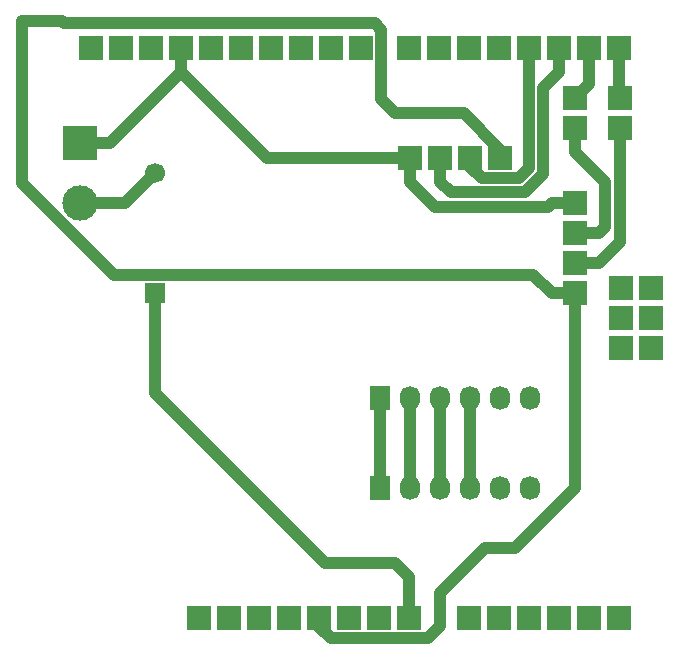
<source format=gbl>
G04 #@! TF.GenerationSoftware,KiCad,Pcbnew,(5.1.4)-1*
G04 #@! TF.CreationDate,2020-10-06T15:22:12+07:00*
G04 #@! TF.ProjectId,digitalWeight,64696769-7461-46c5-9765-696768742e6b,rev?*
G04 #@! TF.SameCoordinates,Original*
G04 #@! TF.FileFunction,Copper,L2,Bot*
G04 #@! TF.FilePolarity,Positive*
%FSLAX46Y46*%
G04 Gerber Fmt 4.6, Leading zero omitted, Abs format (unit mm)*
G04 Created by KiCad (PCBNEW (5.1.4)-1) date 2020-10-06 15:22:12*
%MOMM*%
%LPD*%
G04 APERTURE LIST*
%ADD10R,2.000000X2.000000*%
%ADD11C,1.699260*%
%ADD12R,1.699260X1.699260*%
%ADD13R,1.727200X2.032000*%
%ADD14O,1.727200X2.032000*%
%ADD15R,3.000000X3.000000*%
%ADD16C,3.000000*%
%ADD17C,1.000000*%
G04 APERTURE END LIST*
D10*
X212128100Y-79603600D03*
X214668100Y-79603600D03*
X214668100Y-77063600D03*
X212128100Y-77063600D03*
X214668100Y-74523600D03*
X199301100Y-102463600D03*
X194221100Y-102463600D03*
X191681100Y-102463600D03*
X189141100Y-102463600D03*
X186601100Y-102463600D03*
X184061100Y-102463600D03*
X181521100Y-102463600D03*
X178981100Y-102463600D03*
X212001100Y-54203600D03*
X209461100Y-54203600D03*
X206921100Y-54203600D03*
X204381100Y-54203600D03*
X201841100Y-54203600D03*
X199301100Y-54203600D03*
X196761100Y-54203600D03*
X194221100Y-54203600D03*
X174917100Y-54203600D03*
X190157100Y-54203600D03*
X187617100Y-54203600D03*
X185077100Y-54203600D03*
X167297100Y-54203600D03*
X169837100Y-54203600D03*
X172377100Y-54203600D03*
X177457100Y-54203600D03*
X179997100Y-54203600D03*
X182537100Y-54203600D03*
X176441100Y-102463600D03*
X201841100Y-102463600D03*
X204381100Y-102463600D03*
X206921100Y-102463600D03*
X209461100Y-102463600D03*
X212001100Y-102463600D03*
X212128100Y-74523600D03*
D11*
X172717460Y-64769480D03*
D12*
X172717460Y-74929480D03*
D10*
X194310000Y-63500000D03*
X196850000Y-63500000D03*
X199390000Y-63500000D03*
X201930000Y-63500000D03*
D13*
X191770000Y-83820000D03*
D14*
X194310000Y-83820000D03*
X196850000Y-83820000D03*
X199390000Y-83820000D03*
X201930000Y-83820000D03*
X204470000Y-83820000D03*
D13*
X191770000Y-91440000D03*
D14*
X194310000Y-91440000D03*
X196850000Y-91440000D03*
X199390000Y-91440000D03*
X201930000Y-91440000D03*
X204470000Y-91440000D03*
D10*
X208280000Y-67310000D03*
X208280000Y-69850000D03*
X208280000Y-72390000D03*
X208280000Y-74930000D03*
X212090000Y-60960000D03*
X212090000Y-58420000D03*
X208280000Y-60960000D03*
X208280000Y-58420000D03*
D15*
X166370000Y-62230000D03*
D16*
X166370000Y-67310000D03*
D17*
X172716940Y-64770000D02*
X172717460Y-64769480D01*
X170176940Y-67310000D02*
X172717460Y-64769480D01*
X166370000Y-67310000D02*
X170176940Y-67310000D01*
X172717460Y-74929480D02*
X172717460Y-83390390D01*
X172717460Y-83390390D02*
X187117070Y-97790000D01*
X187117070Y-97790000D02*
X193040000Y-97790000D01*
X194221100Y-98971100D02*
X194221100Y-102463600D01*
X193040000Y-97790000D02*
X194221100Y-98971100D01*
X174917100Y-56203600D02*
X168890700Y-62230000D01*
X194310000Y-65500000D02*
X194310000Y-63500000D01*
X196410021Y-67600021D02*
X194310000Y-65500000D01*
X205989979Y-67600021D02*
X196410021Y-67600021D01*
X206280000Y-67310000D02*
X205989979Y-67600021D01*
X208280000Y-67310000D02*
X206280000Y-67310000D01*
X192310000Y-63500000D02*
X194310000Y-63500000D01*
X182213500Y-63500000D02*
X192310000Y-63500000D01*
X174917100Y-56203600D02*
X182213500Y-63500000D01*
X174917100Y-54203600D02*
X174917100Y-56203600D01*
X166370000Y-62230000D02*
X168890700Y-62230000D01*
X197750011Y-66400011D02*
X196850000Y-65500000D01*
X203987061Y-66400011D02*
X197750011Y-66400011D01*
X205581109Y-64805963D02*
X203987061Y-66400011D01*
X196850000Y-65500000D02*
X196850000Y-63500000D01*
X205581110Y-57543590D02*
X205581109Y-64805963D01*
X206921100Y-56203600D02*
X205581110Y-57543590D01*
X206921100Y-54203600D02*
X206921100Y-56203600D01*
X199390000Y-64220002D02*
X199390000Y-63500000D01*
X200369999Y-65200001D02*
X199390000Y-64220002D01*
X203490001Y-65200001D02*
X200369999Y-65200001D01*
X204381100Y-64308902D02*
X203490001Y-65200001D01*
X204381100Y-54203600D02*
X204381100Y-64308902D01*
X186601100Y-103183602D02*
X186601100Y-102463600D01*
X187581099Y-104163601D02*
X186601100Y-103183602D01*
X208280000Y-74930000D02*
X208280000Y-91440000D01*
X208280000Y-91440000D02*
X203200000Y-96520000D01*
X195781101Y-104163601D02*
X187581099Y-104163601D01*
X203200000Y-96520000D02*
X200660000Y-96520000D01*
X200660000Y-96520000D02*
X196850000Y-100330000D01*
X196850000Y-100330000D02*
X196850000Y-103094702D01*
X196850000Y-103094702D02*
X195781101Y-104163601D01*
X201930000Y-62779998D02*
X198840002Y-59690000D01*
X201930000Y-63500000D02*
X201930000Y-62779998D01*
X198840002Y-59690000D02*
X193040000Y-59690000D01*
X191857101Y-52643599D02*
X191283502Y-52070000D01*
X193040000Y-59690000D02*
X191857101Y-58507101D01*
X191857101Y-58507101D02*
X191857101Y-52643599D01*
X204729849Y-73379849D02*
X206280000Y-74930000D01*
X206280000Y-74930000D02*
X208280000Y-74930000D01*
X169183847Y-73379849D02*
X204729849Y-73379849D01*
X161441099Y-65637101D02*
X169183847Y-73379849D01*
X161441099Y-51918901D02*
X161441099Y-65637101D01*
X161456401Y-51903599D02*
X161441099Y-51918901D01*
X164845101Y-51903599D02*
X161456401Y-51903599D01*
X165011502Y-52070000D02*
X164845101Y-51903599D01*
X191283502Y-52070000D02*
X165011502Y-52070000D01*
X191770000Y-83820000D02*
X191770000Y-91440000D01*
X194310000Y-83820000D02*
X194310000Y-91440000D01*
X196850000Y-83820000D02*
X196850000Y-91440000D01*
X199390000Y-83820000D02*
X199390000Y-91440000D01*
X210280000Y-69850000D02*
X208280000Y-69850000D01*
X210820000Y-69310000D02*
X210280000Y-69850000D01*
X210820000Y-65500000D02*
X210820000Y-69310000D01*
X208280000Y-62960000D02*
X210820000Y-65500000D01*
X208280000Y-60960000D02*
X208280000Y-62960000D01*
X210280000Y-72390000D02*
X208280000Y-72390000D01*
X212090000Y-70580000D02*
X210280000Y-72390000D01*
X212090000Y-60960000D02*
X212090000Y-70580000D01*
X212001100Y-58331100D02*
X212090000Y-58420000D01*
X212001100Y-54203600D02*
X212001100Y-58331100D01*
X209461100Y-57238900D02*
X208280000Y-58420000D01*
X209461100Y-54203600D02*
X209461100Y-57238900D01*
M02*

</source>
